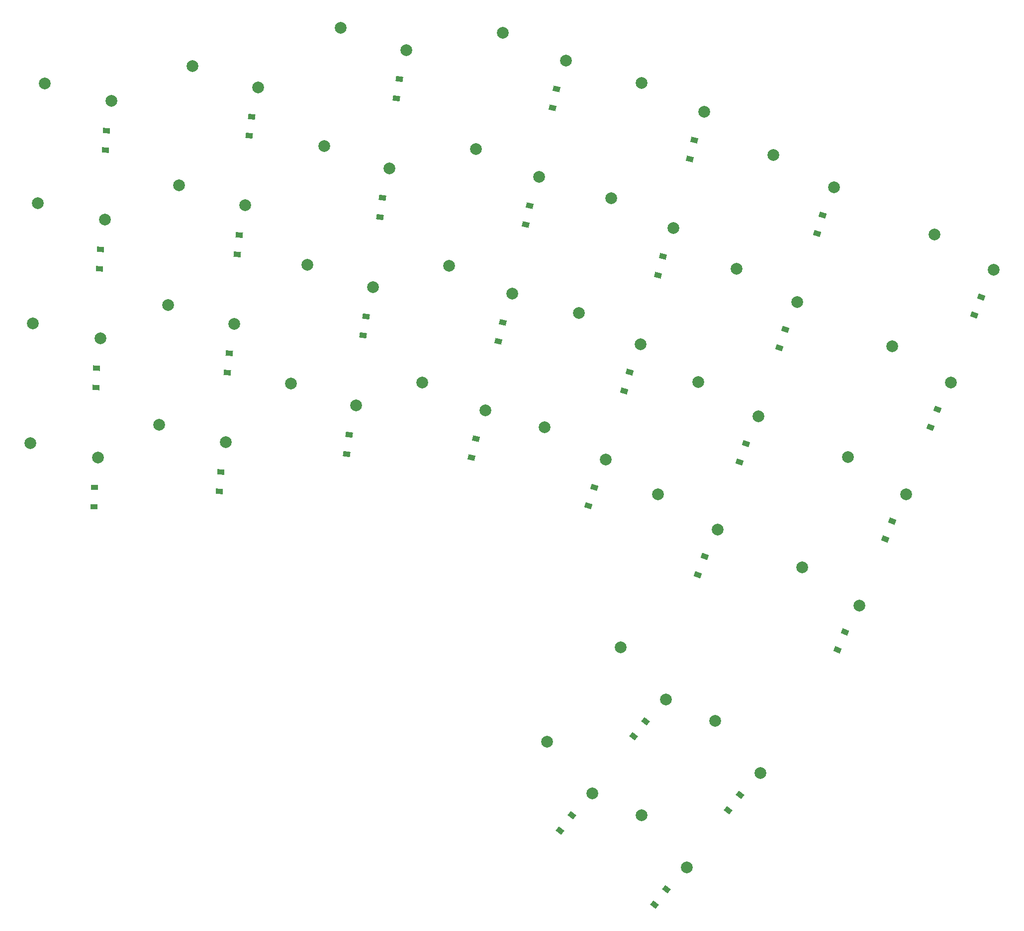
<source format=gbp>
%TF.GenerationSoftware,KiCad,Pcbnew,7.0.7+dfsg-1*%
%TF.CreationDate,2024-02-08T22:24:17-07:00*%
%TF.ProjectId,Keyboard,4b657962-6f61-4726-942e-6b696361645f,v1.0.0*%
%TF.SameCoordinates,Original*%
%TF.FileFunction,Paste,Bot*%
%TF.FilePolarity,Positive*%
%FSLAX46Y46*%
G04 Gerber Fmt 4.6, Leading zero omitted, Abs format (unit mm)*
G04 Created by KiCad (PCBNEW 7.0.7+dfsg-1) date 2024-02-08 22:24:17*
%MOMM*%
%LPD*%
G01*
G04 APERTURE LIST*
G04 Aperture macros list*
%AMRotRect*
0 Rectangle, with rotation*
0 The origin of the aperture is its center*
0 $1 length*
0 $2 width*
0 $3 Rotation angle, in degrees counterclockwise*
0 Add horizontal line*
21,1,$1,$2,0,0,$3*%
G04 Aperture macros list end*
%ADD10RotRect,0.900000X1.200000X87.000000*%
%ADD11RotRect,0.900000X1.200000X86.000000*%
%ADD12C,2.000000*%
%ADD13RotRect,0.900000X1.200000X89.000000*%
%ADD14RotRect,0.900000X1.200000X88.000000*%
%ADD15RotRect,0.900000X1.200000X85.000000*%
%ADD16RotRect,0.900000X1.200000X84.000000*%
%ADD17RotRect,0.900000X1.200000X83.000000*%
%ADD18RotRect,0.900000X1.200000X82.000000*%
%ADD19RotRect,0.900000X1.200000X77.000000*%
%ADD20RotRect,0.900000X1.200000X73.000000*%
%ADD21RotRect,0.900000X1.200000X74.000000*%
%ADD22RotRect,0.900000X1.200000X75.000000*%
%ADD23RotRect,0.900000X1.200000X76.000000*%
%ADD24RotRect,0.900000X1.200000X70.000000*%
%ADD25RotRect,0.900000X1.200000X71.000000*%
%ADD26RotRect,0.900000X1.200000X72.000000*%
%ADD27RotRect,0.900000X1.200000X67.000000*%
%ADD28RotRect,0.900000X1.200000X68.000000*%
%ADD29RotRect,0.900000X1.200000X69.000000*%
%ADD30RotRect,0.900000X1.200000X52.000000*%
G04 APERTURE END LIST*
D10*
%TO.C,D3*%
X138473069Y-81342220D03*
X138300361Y-84637698D03*
%TD*%
D11*
%TO.C,D4*%
X139508895Y-61104619D03*
X139278699Y-64396581D03*
%TD*%
D12*
%TO.C,S1*%
X126515775Y-114364066D03*
X138025620Y-116765306D03*
%TD*%
%TO.C,S2*%
X126977110Y-93912752D03*
X138443295Y-96514501D03*
%TD*%
%TO.C,S3*%
X127795300Y-73472604D03*
X139214332Y-76274069D03*
%TD*%
%TO.C,S4*%
X128970095Y-53049849D03*
X140338495Y-56050178D03*
%TD*%
%TO.C,S5*%
X148434463Y-111206357D03*
X159802863Y-114206686D03*
%TD*%
%TO.C,S6*%
X149965505Y-90807215D03*
X161279811Y-94005493D03*
%TD*%
%TO.C,S7*%
X151852328Y-70437902D03*
X163109093Y-73833154D03*
%TD*%
%TO.C,S8*%
X154094358Y-50104619D03*
X165290153Y-53695812D03*
%TD*%
%TO.C,S9*%
X170860472Y-104163849D03*
X181991887Y-107949888D03*
%TD*%
%TO.C,S10*%
X173699603Y-83962381D03*
X184831018Y-87748420D03*
%TD*%
%TO.C,S11*%
X187670149Y-67546951D03*
X176538734Y-63760912D03*
%TD*%
%TO.C,S12*%
X179377866Y-43559444D03*
X190509281Y-47345483D03*
%TD*%
%TO.C,S13*%
X193230226Y-104012854D03*
X203989308Y-108754653D03*
%TD*%
%TO.C,S14*%
X197819228Y-84135705D03*
X208578310Y-88877504D03*
%TD*%
%TO.C,S15*%
X202408229Y-64258555D03*
X213167311Y-69000354D03*
%TD*%
%TO.C,S16*%
X206997231Y-44381406D03*
X217756313Y-49123205D03*
%TD*%
%TO.C,S17*%
X214062083Y-111681593D03*
X224464185Y-117162357D03*
%TD*%
%TO.C,S18*%
X219910662Y-92198288D03*
X230406833Y-97496675D03*
%TD*%
%TO.C,S19*%
X225418320Y-72615878D03*
X236005362Y-77730275D03*
%TD*%
%TO.C,S20*%
X230583380Y-52940328D03*
X241258067Y-57869177D03*
%TD*%
%TO.C,S21*%
X233409632Y-123047887D03*
X243510637Y-129065543D03*
%TD*%
%TO.C,S22*%
X240269873Y-103897373D03*
X250474363Y-109737826D03*
%TD*%
%TO.C,S23*%
X246794848Y-84630048D03*
X257099713Y-90291519D03*
%TD*%
%TO.C,S24*%
X252982567Y-65251782D03*
X263384669Y-70732546D03*
%TD*%
%TO.C,S25*%
X257893870Y-135479202D03*
X267666092Y-142017257D03*
%TD*%
%TO.C,S26*%
X265746970Y-116713970D03*
X275631809Y-123080481D03*
%TD*%
%TO.C,S27*%
X273271375Y-97814541D03*
X283265820Y-104007568D03*
%TD*%
%TO.C,S28*%
X280464796Y-78786672D03*
X290565801Y-84804328D03*
%TD*%
%TO.C,S29*%
X222215146Y-174076192D03*
X214468077Y-165231679D03*
%TD*%
%TO.C,S30*%
X234774640Y-158000773D03*
X227027571Y-149156260D03*
%TD*%
%TO.C,S31*%
X238290566Y-186635686D03*
X230543497Y-177791173D03*
%TD*%
%TO.C,S32*%
X250850060Y-170560267D03*
X243102991Y-161715754D03*
%TD*%
D13*
%TO.C,D1*%
X137461685Y-121856239D03*
X137404093Y-125155737D03*
%TD*%
D14*
%TO.C,D2*%
X137790597Y-101594817D03*
X137675429Y-104892807D03*
%TD*%
D11*
%TO.C,D5*%
X158973262Y-119261128D03*
X158743066Y-122553090D03*
%TD*%
D15*
%TO.C,D6*%
X160362125Y-99044687D03*
X160074511Y-102332129D03*
%TD*%
D16*
%TO.C,D7*%
X162103601Y-78855564D03*
X161758657Y-82137486D03*
%TD*%
D17*
%TO.C,D8*%
X164197160Y-58699909D03*
X163794992Y-61975311D03*
%TD*%
D18*
%TO.C,D9*%
X180811727Y-112934149D03*
X180352455Y-116202033D03*
%TD*%
%TO.C,D10*%
X183650859Y-92732680D03*
X183191587Y-96000564D03*
%TD*%
%TO.C,D11*%
X186489990Y-72531212D03*
X186030718Y-75799096D03*
%TD*%
%TO.C,D12*%
X189329121Y-52329743D03*
X188869849Y-55597627D03*
%TD*%
D19*
%TO.C,D13*%
X202379232Y-113617089D03*
X201636894Y-116832511D03*
%TD*%
%TO.C,D14*%
X206968233Y-93739939D03*
X206225895Y-96955361D03*
%TD*%
%TO.C,D15*%
X211557234Y-73862790D03*
X210814896Y-77078212D03*
%TD*%
%TO.C,D16*%
X216146236Y-53985641D03*
X215403898Y-57201063D03*
%TD*%
D20*
%TO.C,D17*%
X222518844Y-121900635D03*
X221554018Y-125056441D03*
%TD*%
D21*
%TO.C,D18*%
X228544483Y-102268182D03*
X227634879Y-105440346D03*
%TD*%
D22*
%TO.C,D19*%
X234226570Y-82533557D03*
X233372468Y-85721113D03*
%TD*%
D23*
%TO.C,D20*%
X239563375Y-62702772D03*
X238765033Y-65904748D03*
%TD*%
D24*
%TO.C,D21*%
X241319980Y-133695516D03*
X240191314Y-136796502D03*
%TD*%
D25*
%TO.C,D22*%
X248364844Y-114405326D03*
X247290470Y-117525538D03*
%TD*%
D26*
%TO.C,D23*%
X255071974Y-94995125D03*
X254052218Y-98133611D03*
%TD*%
D20*
%TO.C,D24*%
X261439328Y-75470823D03*
X260474502Y-78626629D03*
%TD*%
D27*
%TO.C,D25*%
X265236123Y-146526234D03*
X263946711Y-149563900D03*
%TD*%
D28*
%TO.C,D26*%
X273280903Y-127631181D03*
X272044701Y-130690887D03*
%TD*%
D29*
%TO.C,D27*%
X280994693Y-108598603D03*
X279812079Y-111679419D03*
%TD*%
D24*
%TO.C,D28*%
X288375143Y-89434301D03*
X287246477Y-92535287D03*
%TD*%
D30*
%TO.C,D29*%
X218700967Y-177802608D03*
X216669285Y-180403044D03*
%TD*%
%TO.C,D30*%
X231260461Y-161727189D03*
X229228779Y-164327625D03*
%TD*%
%TO.C,D31*%
X234776386Y-190362102D03*
X232744704Y-192962538D03*
%TD*%
%TO.C,D32*%
X247335880Y-174286683D03*
X245304198Y-176887119D03*
%TD*%
M02*

</source>
